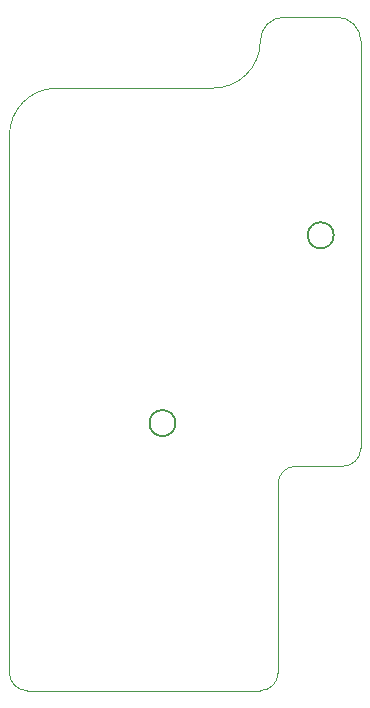
<source format=gm1>
G04 #@! TF.GenerationSoftware,KiCad,Pcbnew,(6.0.1)*
G04 #@! TF.CreationDate,2022-03-21T13:55:18+01:00*
G04 #@! TF.ProjectId,ERC_2022_GripperBoard,4552435f-3230-4323-925f-477269707065,rev?*
G04 #@! TF.SameCoordinates,Original*
G04 #@! TF.FileFunction,Profile,NP*
%FSLAX46Y46*%
G04 Gerber Fmt 4.6, Leading zero omitted, Abs format (unit mm)*
G04 Created by KiCad (PCBNEW (6.0.1)) date 2022-03-21 13:55:18*
%MOMM*%
%LPD*%
G01*
G04 APERTURE LIST*
G04 #@! TA.AperFunction,Profile*
%ADD10C,0.100000*%
G04 #@! TD*
G04 #@! TA.AperFunction,Profile*
%ADD11C,0.150000*%
G04 #@! TD*
G04 APERTURE END LIST*
D10*
X157000000Y-67000000D02*
X157000000Y-101500000D01*
D11*
X141305000Y-99355000D02*
G75*
G03*
X141305000Y-99355000I-1100000J0D01*
G01*
D10*
X127250000Y-120500000D02*
G75*
G03*
X128750000Y-122000000I1500001J1D01*
G01*
X144425000Y-70996573D02*
X131250000Y-71000000D01*
X155500000Y-103000000D02*
G75*
G03*
X157000000Y-101500000I-1J1500001D01*
G01*
X150000000Y-120500000D02*
X150000000Y-104500000D01*
X151500000Y-103000000D02*
X155500000Y-103000000D01*
D11*
X154705000Y-83455000D02*
G75*
G03*
X154705000Y-83455000I-1100000J0D01*
G01*
D10*
X157000000Y-67000000D02*
G75*
G03*
X155000000Y-65000000I-1999999J1D01*
G01*
X128750000Y-122000000D02*
X148500000Y-122000000D01*
X131250000Y-71000000D02*
G75*
G03*
X127250000Y-75000000I0J-4000000D01*
G01*
X127250000Y-75000000D02*
X127250000Y-120500000D01*
X151500000Y-103000000D02*
G75*
G03*
X150000000Y-104500000I1J-1500001D01*
G01*
X150500000Y-64996571D02*
G75*
G03*
X148496574Y-66996573I1J-2003430D01*
G01*
X144425000Y-70996573D02*
G75*
G03*
X148496573Y-66996573I70945J3999999D01*
G01*
X148500000Y-122000000D02*
G75*
G03*
X150000000Y-120500000I-1J1500001D01*
G01*
X150500000Y-64996571D02*
X155000000Y-65000000D01*
M02*

</source>
